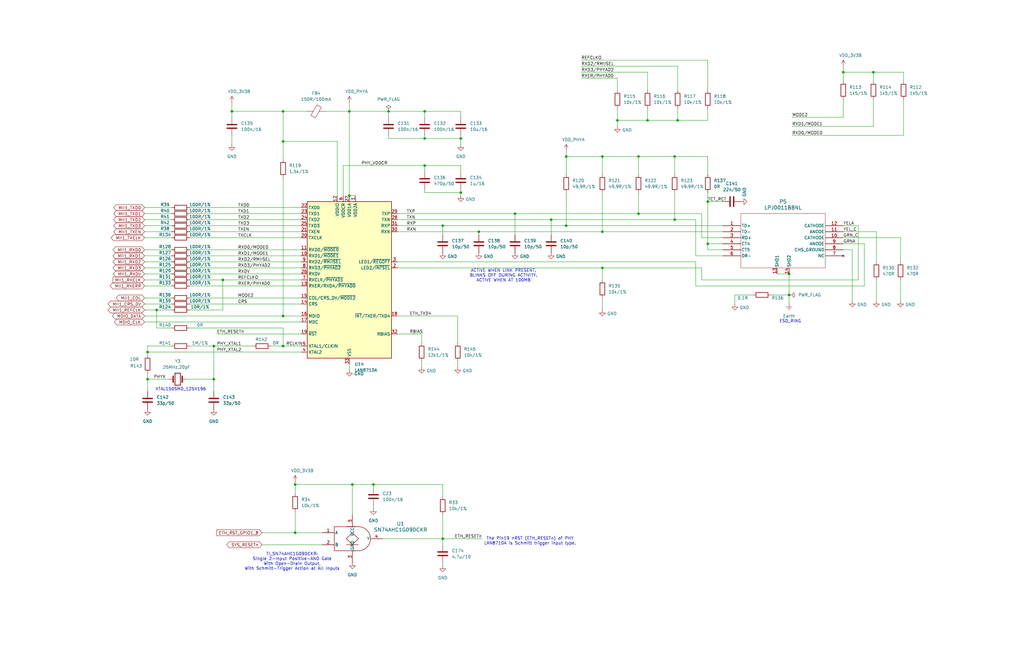
<source format=kicad_sch>
(kicad_sch (version 20231120) (generator "eeschema") (generator_version "8.0")
  (paper "B")
  (title_block (title "10/100 ETHERNET"))
  (lib_symbols
    (symbol "MT41K256M16TW-107_P:C" (pin_numbers hide) (pin_names (offset 0.254))
      (property "Reference" "C" (at 0.635 2.54 0))
      (property "Value" "C" (at 0.635 -2.54 0))
      (symbol "C_0_1"
        (polyline (pts (xy -2.032 -0.762) (xy 2.032 -0.762)) (stroke (width 0.508)))
        (polyline (pts (xy -2.032 0.762) (xy 2.032 0.762)) (stroke (width 0.508)))
      )
      (symbol "C_1_1"
        (pin passive line (at 0 3.81 270) (length 2.794) (name "~") (number "1"))
        (pin passive line (at 0 -3.81 90) (length 2.794) (name "~") (number "2"))
      )
    )
    (symbol "MT41K256M16TW-107_P:Crystal" (pin_numbers hide) (pin_names (offset 1.016) hide)
      (property "Reference" "Y" (at 0 3.81 0))
      (property "Value" "Crystal" (at 0 -3.81 0))
      (symbol "Crystal_0_1"
        (rectangle (start -1.143 2.54) (end 1.143 -2.54) (stroke (width 0.3048)))
        (polyline (pts (xy -2.54 0) (xy -1.905 0)))
        (polyline (pts (xy -1.905 -1.27) (xy -1.905 1.27)) (stroke (width 0.508)))
        (polyline (pts (xy 1.905 -1.27) (xy 1.905 1.27)) (stroke (width 0.508)))
        (polyline (pts (xy 2.54 0) (xy 1.905 0)))
      )
      (symbol "Crystal_1_1"
        (pin passive line (at -3.81 0 0) (length 1.27) (name "1") (number "1"))
        (pin passive line (at 3.81 0 180) (length 1.27) (name "2") (number "2"))
      )
    )
    (symbol "MT41K256M16TW-107_P:FerriteBead" (pin_numbers hide) (pin_names (offset 0))
      (property "Reference" "FB" (at -3.81 0.635 90))
      (property "Value" "FerriteBead" (at 3.81 0 90))
      (symbol "FerriteBead_0_1"
        (polyline (pts (xy 0 -1.27) (xy 0 -1.2192)))
        (polyline (pts (xy 0 1.27) (xy 0 1.2954)))
        (polyline (pts (xy -2.7686 0.4064) (xy -1.7018 2.2606) (xy 2.7686 -0.3048) (xy 1.6764 -2.159) (xy -2.7686 0.4064)))
      )
      (symbol "FerriteBead_1_1"
        (pin passive line (at 0 3.81 270) (length 2.54) (name "~") (number "1"))
        (pin passive line (at 0 -3.81 90) (length 2.54) (name "~") (number "2"))
      )
    )
    (symbol "MT41K256M16TW-107_P:LAN8710A"
      (property "Reference" "U14" (at 2.1941 -35.56 0))
      (property "Value" "LAN8710A" (at 2.1941 -38.1 0))
      (symbol "LAN8710A_0_1"
        (rectangle (start -17.78 33.02) (end 17.78 -33.02) (stroke (width 0.254)) (fill (type background)))
      )
      (symbol "LAN8710A_1_1"
        (pin power_in line (at 2.54 35.56 270) (length 2.54) (name "VDD2A") (number "1"))
        (pin bidirectional line (at -20.32 10.16 0) (length 2.54) (name "RXD1/~{MODE1}") (number "10"))
        (pin bidirectional line (at -20.32 12.7 0) (length 2.54) (name "RXD0/~{MODE0}") (number "11"))
        (pin power_in line (at -5.08 35.56 270) (length 2.54) (name "VDDIO") (number "12"))
        (pin bidirectional line (at -20.32 -2.54 0) (length 2.54) (name "RXER/RXD4/~{PHYAD0}") (number "13"))
        (pin output line (at -20.32 -10.16 0) (length 2.54) (name "CRS") (number "14"))
        (pin bidirectional line (at -20.32 -7.62 0) (length 2.54) (name "COL/CRS_DV/~{MODE2}") (number "15"))
        (pin bidirectional line (at -20.32 -15.24 0) (length 2.54) (name "MDIO") (number "16"))
        (pin input line (at -20.32 -17.78 0) (length 2.54) (name "MDC") (number "17"))
        (pin bidirectional line (at 20.32 -15.24 180) (length 2.54) (name "~{INT}/TXER/TXD4") (number "18"))
        (pin input line (at -20.32 -22.86 0) (length 2.54) (name "~{RST}") (number "19"))
        (pin bidirectional line (at 20.32 5.08 180) (length 2.54) (name "LED2/~{INTSEL}") (number "2"))
        (pin output line (at -20.32 17.78 0) (length 2.54) (name "TXCLK") (number "20"))
        (pin input line (at -20.32 20.32 0) (length 2.54) (name "TXEN") (number "21"))
        (pin input line (at -20.32 30.48 0) (length 2.54) (name "TXD0") (number "22"))
        (pin input line (at -20.32 27.94 0) (length 2.54) (name "TXD1") (number "23"))
        (pin input line (at -20.32 25.4 0) (length 2.54) (name "TXD2") (number "24"))
        (pin input line (at -20.32 22.86 0) (length 2.54) (name "TXD3") (number "25"))
        (pin output line (at -20.32 2.54 0) (length 2.54) (name "RXDV") (number "26"))
        (pin power_in line (at 0 35.56 270) (length 2.54) (name "VDD1A") (number "27"))
        (pin bidirectional line (at 20.32 25.4 180) (length 2.54) (name "TXN") (number "28"))
        (pin bidirectional line (at 20.32 27.94 180) (length 2.54) (name "TXP") (number "29"))
        (pin bidirectional line (at 20.32 7.62 180) (length 2.54) (name "LED1/~{REGOFF}") (number "3"))
        (pin bidirectional line (at 20.32 20.32 180) (length 2.54) (name "RXN") (number "30"))
        (pin bidirectional line (at 20.32 22.86 180) (length 2.54) (name "RXP") (number "31"))
        (pin passive line (at 20.32 -22.86 180) (length 2.54) (name "RBIAS") (number "32"))
        (pin power_in line (at 0 -35.56 90) (length 2.54) (name "VSS") (number "33"))
        (pin output line (at -20.32 -30.48 0) (length 2.54) (name "XTAL2") (number "4"))
        (pin input line (at -20.32 -27.94 0) (length 2.54) (name "XTAL1/CLKIN") (number "5"))
        (pin power_out line (at -2.54 35.56 270) (length 2.54) (name "VDDCR") (number "6"))
        (pin bidirectional line (at -20.32 0 0) (length 2.54) (name "RXCLK/~{PHYAD1}") (number "7"))
        (pin bidirectional line (at -20.32 5.08 0) (length 2.54) (name "RXD3/~{PHYAD2}") (number "8"))
        (pin bidirectional line (at -20.32 7.62 0) (length 2.54) (name "RXD2/~{RMIISEL}") (number "9"))
      )
    )
    (symbol "MT41K256M16TW-107_P:LPJ0011BBNL" (pin_names (offset 0.254))
      (property "Reference" "P5" (at 25.4 10.16 0))
      (property "Value" "LPJ0011BBNL" (at 25.4 7.62 0))
      (symbol "LPJ0011BBNL_0_1"
        (polyline (pts (xy 7.62 -17.78) (xy 43.18 -17.78)) (stroke (width 0.127)))
        (polyline (pts (xy 7.62 5.08) (xy 7.62 -17.78)) (stroke (width 0.127)))
        (polyline (pts (xy 43.18 -17.78) (xy 43.18 5.08)) (stroke (width 0.127)))
        (polyline (pts (xy 43.18 5.08) (xy 7.62 5.08)) (stroke (width 0.127)))
        (pin output line (at 50.8 -5.08 180) (length 7.62) (name "CATHODE") (number "10"))
        (pin input line (at 50.8 -2.54 180) (length 7.62) (name "ANODE") (number "11"))
        (pin output line (at 50.8 0 180) (length 7.62) (name "CATHODE") (number "12"))
        (pin no_connect line (at 50.8 -12.7 180) (length 7.62) (name "NC") (number "7"))
        (pin power_out line (at 50.8 -10.16 180) (length 7.62) (name "CHS_GROUND") (number "8"))
        (pin input line (at 50.8 -7.62 180) (length 7.62) (name "ANODE") (number "9"))
      )
      (symbol "LPJ0011BBNL_1_1"
        (pin bidirectional line (at 0 0 0) (length 7.62) (name "TD+") (number "1"))
        (pin passive line (at 22.86 -20.32 90) (length 2.54) (name "SHD1") (number "13"))
        (pin passive line (at 27.94 -20.32 90) (length 2.54) (name "SHD2") (number "14"))
        (pin bidirectional line (at 0 -2.54 0) (length 7.62) (name "TD-") (number "2"))
        (pin bidirectional line (at 0 -5.08 0) (length 7.62) (name "RD+") (number "3"))
        (pin input line (at 0 -7.62 0) (length 7.62) (name "CT4") (number "4"))
        (pin input line (at 0 -10.16 0) (length 7.62) (name "CT5") (number "5"))
        (pin bidirectional line (at 0 -12.7 0) (length 7.62) (name "DR-") (number "6"))
      )
    )
    (symbol "MT41K256M16TW-107_P:R" (pin_numbers hide) (pin_names (offset 0))
      (property "Reference" "R" (at 2.032 0 90))
      (property "Value" "R" (at 0 0 90))
      (symbol "R_0_1"
        (rectangle (start -1.016 -2.54) (end 1.016 2.54) (stroke (width 0.254)))
      )
      (symbol "R_1_1"
        (pin passive line (at 0 3.81 270) (length 1.27) (name "~") (number "1"))
        (pin passive line (at 0 -3.81 90) (length 1.27) (name "~") (number "2"))
      )
    )
    (symbol "MT41K256M16TW-107_P:SN74AHC1G09DCKR" (pin_names (offset 0.254))
      (property "Reference" "U" (at 0 2.54 0))
      (property "Value" "SN74AHC1G09DCKR" (at 0 0 0))
      (symbol "SN74AHC1G09DCKR_0_1"
        (polyline (pts (xy -7.62 -5.08) (xy -7.62 5.08)) (stroke (width 0.2032)))
        (polyline (pts (xy -7.62 5.08) (xy -6.35 5.08)) (stroke (width 0.2032)))
        (polyline (pts (xy -6.35 -5.08) (xy -7.62 -5.08)) (stroke (width 0.2032)))
        (polyline (pts (xy -6.35 -5.08) (xy 1.27 -5.08)) (stroke (width 0.2032)))
        (polyline (pts (xy -6.35 5.08) (xy 1.27 5.08)) (stroke (width 0.2032)))
        (polyline (pts (xy -2.54 -2.54) (xy 2.54 -2.54)) (stroke (width 0.2032)))
        (polyline (pts (xy -2.54 0) (xy 0 2.54)) (stroke (width 0.2032)))
        (polyline (pts (xy 0 -2.54) (xy -2.54 0)) (stroke (width 0.2032)))
        (polyline (pts (xy 0 2.54) (xy 2.54 0)) (stroke (width 0.2032)))
        (polyline (pts (xy 2.54 -5.08) (xy 0 -5.08)) (stroke (width 0.2032)))
        (polyline (pts (xy 2.54 0) (xy 0 -2.54)) (stroke (width 0.2032)))
        (polyline (pts (xy 2.54 5.08) (xy -2.54 5.08)) (stroke (width 0.2032)))
        (arc (start 2.54 -5.08) (mid 7.5978 0) (end 2.54 5.08) (stroke (width 0.2032)))
        (pin input line (at -12.7 2.54 0) (length 5.08) (name "A") (number "1"))
        (pin input line (at -12.7 -2.54 0) (length 5.08) (name "B") (number "2"))
        (pin power_in line (at 0 -10.16 90) (length 5.08) (name "GND") (number "3"))
        (pin open_collector line (at 12.7 0 180) (length 5.08) (name "Y") (number "4"))
        (pin power_in line (at 0 10.16 270) (length 5.08) (name "VCC") (number "5"))
      )
    )
    (symbol "power:Earth" (power) (pin_numbers hide) (pin_names (offset 0) hide)
      (property "Value" "Earth" (at 0 -3.81 0))
      (symbol "Earth_0_1"
        (polyline (pts (xy -0.635 -1.905) (xy 0.635 -1.905)))
        (polyline (pts (xy -0.127 -2.54) (xy 0.127 -2.54)))
        (polyline (pts (xy 0 -1.27) (xy 0 0)))
        (polyline (pts (xy 1.27 -1.27) (xy -1.27 -1.27)))
      )
      (symbol "Earth_1_1"
        (pin power_in line (at 0 0 270) (length 0) (name "~") (number "1"))
      )
    )
    (symbol "power:GND" (power) (pin_numbers hide) (pin_names (offset 0) hide)
      (property "Value" "GND" (at 0 -3.81 0))
      (symbol "GND_0_1"
        (polyline (pts (xy 0 0) (xy 0 -1.27) (xy 1.27 -1.27) (xy 0 -2.54) (xy -1.27 -1.27) (xy 0 -1.27)))
      )
      (symbol "GND_1_1"
        (pin power_in line (at 0 0 270) (length 0) (name "~") (number "1"))
      )
    )
    (symbol "power:PWR_FLAG" (power) (pin_numbers hide) (pin_names (offset 0) hide)
      (property "Value" "PWR_FLAG" (at 0 3.81 0))
      (symbol "PWR_FLAG_0_0"
        (pin power_out line (at 0 0 90) (length 0) (name "~") (number "1"))
      )
      (symbol "PWR_FLAG_0_1"
        (polyline (pts (xy 0 0) (xy 0 1.27) (xy -1.016 1.905) (xy 0 2.54) (xy 1.016 1.905) (xy 0 1.27)))
      )
    )
    (symbol "power:VD" (power) (pin_numbers hide) (pin_names (offset 0) hide)
      (property "Value" "VD" (at 0 3.556 0))
      (symbol "VD_0_1"
        (polyline (pts (xy -0.762 1.27) (xy 0 2.54)))
        (polyline (pts (xy 0 0) (xy 0 2.54)))
        (polyline (pts (xy 0 2.54) (xy 0.762 1.27)))
      )
      (symbol "VD_1_1"
        (pin power_in line (at 0 0 90) (length 0) (name "~") (number "1"))
      )
    )
  )
  (junction (at 332.74 124.46))
  (junction (at 119.38 146.05))
  (junction (at 97.79 46.99))
  (junction (at 119.38 59.69))
  (junction (at 62.23 148.59))
  (junction (at 355.6 30.48))
  (junction (at 124.46 224.79))
  (junction (at 269.24 66.04))
  (junction (at 148.59 204.47))
  (junction (at 217.17 90.17))
  (junction (at 147.32 82.55))
  (junction (at 238.76 95.25))
  (junction (at 273.05 50.8))
  (junction (at 119.38 133.35))
  (junction (at 119.38 46.99))
  (junction (at 179.07 69.85))
  (junction (at 90.17 146.05))
  (junction (at 298.45 102.87))
  (junction (at 93.98 118.11))
  (junction (at 269.24 90.17))
  (junction (at 194.31 81.28))
  (junction (at 194.31 58.42))
  (junction (at 254 66.04))
  (junction (at 332.74 115.57))
  (junction (at 90.17 160.02))
  (junction (at 260.35 50.8))
  (junction (at 368.3 30.48))
  (junction (at 254 113.03))
  (junction (at 179.07 58.42))
  (junction (at 62.23 160.02))
  (junction (at 147.32 46.99))
  (junction (at 179.07 46.99))
  (junction (at 163.83 46.99))
  (junction (at 284.48 92.71))
  (junction (at 124.46 204.47))
  (junction (at 186.69 95.25))
  (junction (at 66.04 130.81))
  (junction (at 157.48 204.47))
  (junction (at 232.41 92.71))
  (junction (at 186.69 227.33))
  (junction (at 238.76 66.04))
  (junction (at 298.45 85.09))
  (junction (at 201.93 97.79))
  (junction (at 285.75 50.8))
  (junction (at 254 97.79))
  (junction (at 284.48 66.04))
  (wire (pts (xy 293.37 107.95) (xy 304.8 107.95)))
  (wire (pts (xy 304.8 105.41) (xy 298.45 105.41)))
  (wire (pts (xy 269.24 90.17) (xy 295.91 90.17)))
  (wire (pts (xy 293.37 92.71) (xy 293.37 107.95)))
  (wire (pts (xy 119.38 133.35) (xy 127 133.35)))
  (wire (pts (xy 298.45 50.8) (xy 298.45 45.72)))
  (wire (pts (xy 238.76 63.5) (xy 238.76 66.04)))
  (wire (pts (xy 62.23 146.05) (xy 72.39 146.05)))
  (wire (pts (xy 110.49 229.87) (xy 135.89 229.87)))
  (wire (pts (xy 355.6 27.94) (xy 355.6 30.48)))
  (wire (pts (xy 201.93 97.79) (xy 254 97.79)))
  (wire (pts (xy 167.64 133.35) (xy 193.04 133.35)))
  (wire (pts (xy 359.41 105.41) (xy 359.41 127)))
  (wire (pts (xy 147.32 46.99) (xy 147.32 82.55)))
  (wire (pts (xy 60.96 133.35) (xy 119.38 133.35)))
  (wire (pts (xy 66.04 130.81) (xy 72.39 130.81)))
  (wire (pts (xy 157.48 204.47) (xy 157.48 205.74)))
  (wire (pts (xy 60.96 130.81) (xy 66.04 130.81)))
  (wire (pts (xy 368.3 30.48) (xy 381 30.48)))
  (wire (pts (xy 124.46 215.9) (xy 124.46 224.79)))
  (wire (pts (xy 177.8 140.97) (xy 177.8 144.78)))
  (wire (pts (xy 361.95 95.25) (xy 361.95 118.11)))
  (wire (pts (xy 119.38 46.99) (xy 119.38 59.69)))
  (wire (pts (xy 379.73 100.33) (xy 355.6 100.33)))
  (wire (pts (xy 167.64 92.71) (xy 232.41 92.71)))
  (wire (pts (xy 119.38 46.99) (xy 129.54 46.99)))
  (wire (pts (xy 163.83 58.42) (xy 179.07 58.42)))
  (wire (pts (xy 80.01 118.11) (xy 93.98 118.11)))
  (wire (pts (xy 80.01 107.95) (xy 127 107.95)))
  (wire (pts (xy 124.46 204.47) (xy 124.46 208.28)))
  (wire (pts (xy 80.01 97.79) (xy 127 97.79)))
  (wire (pts (xy 144.78 82.55) (xy 144.78 69.85)))
  (wire (pts (xy 60.96 87.63) (xy 72.39 87.63)))
  (wire (pts (xy 80.01 105.41) (xy 127 105.41)))
  (wire (pts (xy 167.64 95.25) (xy 186.69 95.25)))
  (wire (pts (xy 186.69 95.25) (xy 238.76 95.25)))
  (wire (pts (xy 147.32 156.21) (xy 147.32 153.67)))
  (wire (pts (xy 332.74 124.46) (xy 332.74 128.27)))
  (wire (pts (xy 245.11 25.4) (xy 298.45 25.4)))
  (wire (pts (xy 309.88 124.46) (xy 309.88 128.27)))
  (wire (pts (xy 147.32 82.55) (xy 149.86 82.55)))
  (wire (pts (xy 80.01 110.49) (xy 127 110.49)))
  (wire (pts (xy 273.05 38.1) (xy 273.05 30.48)))
  (wire (pts (xy 369.57 118.11) (xy 369.57 127)))
  (wire (pts (xy 327.66 115.57) (xy 332.74 115.57)))
  (wire (pts (xy 142.24 59.69) (xy 142.24 82.55)))
  (wire (pts (xy 232.41 92.71) (xy 232.41 99.06)))
  (wire (pts (xy 260.35 38.1) (xy 260.35 33.02)))
  (wire (pts (xy 179.07 81.28) (xy 194.31 81.28)))
  (wire (pts (xy 97.79 60.96) (xy 97.79 57.15)))
  (wire (pts (xy 298.45 85.09) (xy 298.45 102.87)))
  (wire (pts (xy 232.41 92.71) (xy 284.48 92.71)))
  (wire (pts (xy 60.96 105.41) (xy 72.39 105.41)))
  (wire (pts (xy 355.6 30.48) (xy 355.6 34.29)))
  (wire (pts (xy 254 130.81) (xy 254 125.73)))
  (wire (pts (xy 60.96 120.65) (xy 72.39 120.65)))
  (wire (pts (xy 80.01 125.73) (xy 127 125.73)))
  (wire (pts (xy 80.01 128.27) (xy 127 128.27)))
  (wire (pts (xy 97.79 46.99) (xy 119.38 46.99)))
  (wire (pts (xy 325.12 124.46) (xy 332.74 124.46)))
  (wire (pts (xy 298.45 50.8) (xy 285.75 50.8)))
  (wire (pts (xy 93.98 130.81) (xy 93.98 118.11)))
  (wire (pts (xy 186.69 209.55) (xy 186.69 204.47)))
  (wire (pts (xy 119.38 59.69) (xy 119.38 67.31)))
  (wire (pts (xy 110.49 224.79) (xy 124.46 224.79)))
  (wire (pts (xy 60.96 110.49) (xy 72.39 110.49)))
  (wire (pts (xy 62.23 160.02) (xy 62.23 165.1)))
  (wire (pts (xy 167.64 97.79) (xy 201.93 97.79)))
  (wire (pts (xy 60.96 95.25) (xy 72.39 95.25)))
  (wire (pts (xy 298.45 85.09) (xy 304.8 85.09)))
  (wire (pts (xy 194.31 57.15) (xy 194.31 58.42)))
  (wire (pts (xy 80.01 87.63) (xy 127 87.63)))
  (wire (pts (xy 295.91 90.17) (xy 295.91 100.33)))
  (wire (pts (xy 364.49 102.87) (xy 364.49 120.65)))
  (wire (pts (xy 238.76 95.25) (xy 304.8 95.25)))
  (wire (pts (xy 72.39 138.43) (xy 66.04 138.43)))
  (wire (pts (xy 80.01 146.05) (xy 90.17 146.05)))
  (wire (pts (xy 260.35 50.8) (xy 260.35 53.34)))
  (wire (pts (xy 317.5 124.46) (xy 309.88 124.46)))
  (wire (pts (xy 80.01 100.33) (xy 127 100.33)))
  (wire (pts (xy 167.64 140.97) (xy 177.8 140.97)))
  (wire (pts (xy 355.6 102.87) (xy 364.49 102.87)))
  (wire (pts (xy 269.24 81.28) (xy 269.24 90.17)))
  (wire (pts (xy 273.05 50.8) (xy 260.35 50.8)))
  (wire (pts (xy 284.48 66.04) (xy 284.48 73.66)))
  (wire (pts (xy 254 66.04) (xy 269.24 66.04)))
  (wire (pts (xy 179.07 58.42) (xy 194.31 58.42)))
  (wire (pts (xy 284.48 92.71) (xy 293.37 92.71)))
  (wire (pts (xy 381 30.48) (xy 381 34.29)))
  (wire (pts (xy 194.31 46.99) (xy 179.07 46.99)))
  (wire (pts (xy 186.69 95.25) (xy 186.69 99.06)))
  (wire (pts (xy 91.44 140.97) (xy 127 140.97)))
  (wire (pts (xy 167.64 110.49) (xy 293.37 110.49)))
  (wire (pts (xy 334.01 57.15) (xy 381 57.15)))
  (wire (pts (xy 80.01 95.25) (xy 127 95.25)))
  (wire (pts (xy 254 97.79) (xy 304.8 97.79)))
  (wire (pts (xy 194.31 58.42) (xy 194.31 60.96)))
  (wire (pts (xy 217.17 90.17) (xy 217.17 99.06)))
  (wire (pts (xy 254 66.04) (xy 254 73.66)))
  (wire (pts (xy 186.69 238.76) (xy 186.69 237.49)))
  (wire (pts (xy 163.83 46.99) (xy 163.83 49.53)))
  (wire (pts (xy 381 41.91) (xy 381 57.15)))
  (wire (pts (xy 355.6 30.48) (xy 368.3 30.48)))
  (wire (pts (xy 298.45 38.1) (xy 298.45 25.4)))
  (wire (pts (xy 163.83 57.15) (xy 163.83 58.42)))
  (wire (pts (xy 238.76 81.28) (xy 238.76 95.25)))
  (wire (pts (xy 167.64 90.17) (xy 217.17 90.17)))
  (wire (pts (xy 332.74 115.57) (xy 332.74 124.46)))
  (wire (pts (xy 179.07 69.85) (xy 179.07 72.39)))
  (wire (pts (xy 298.45 66.04) (xy 298.45 73.66)))
  (wire (pts (xy 177.8 154.94) (xy 177.8 152.4)))
  (wire (pts (xy 379.73 118.11) (xy 379.73 127)))
  (wire (pts (xy 245.11 30.48) (xy 273.05 30.48)))
  (wire (pts (xy 119.38 146.05) (xy 127 146.05)))
  (wire (pts (xy 80.01 130.81) (xy 93.98 130.81)))
  (wire (pts (xy 60.96 115.57) (xy 72.39 115.57)))
  (wire (pts (xy 97.79 43.18) (xy 97.79 46.99)))
  (wire (pts (xy 260.35 45.72) (xy 260.35 50.8)))
  (wire (pts (xy 194.31 80.01) (xy 194.31 81.28)))
  (wire (pts (xy 369.57 97.79) (xy 355.6 97.79)))
  (wire (pts (xy 295.91 118.11) (xy 295.91 113.03)))
  (wire (pts (xy 90.17 160.02) (xy 90.17 146.05)))
  (wire (pts (xy 186.69 227.33) (xy 203.2 227.33)))
  (wire (pts (xy 80.01 120.65) (xy 127 120.65)))
  (wire (pts (xy 284.48 81.28) (xy 284.48 92.71)))
  (wire (pts (xy 245.11 27.94) (xy 285.75 27.94)))
  (wire (pts (xy 137.16 46.99) (xy 147.32 46.99)))
  (wire (pts (xy 80.01 138.43) (xy 119.38 138.43)))
  (wire (pts (xy 71.12 160.02) (xy 62.23 160.02)))
  (wire (pts (xy 295.91 100.33) (xy 304.8 100.33)))
  (wire (pts (xy 186.69 227.33) (xy 186.69 229.87)))
  (wire (pts (xy 60.96 97.79) (xy 72.39 97.79)))
  (wire (pts (xy 167.64 113.03) (xy 254 113.03)))
  (wire (pts (xy 60.96 92.71) (xy 72.39 92.71)))
  (wire (pts (xy 60.96 118.11) (xy 72.39 118.11)))
  (wire (pts (xy 90.17 146.05) (xy 106.68 146.05)))
  (wire (pts (xy 298.45 105.41) (xy 298.45 102.87)))
  (wire (pts (xy 186.69 217.17) (xy 186.69 227.33)))
  (wire (pts (xy 66.04 138.43) (xy 66.04 130.81)))
  (wire (pts (xy 364.49 120.65) (xy 293.37 120.65)))
  (wire (pts (xy 90.17 160.02) (xy 90.17 165.1)))
  (wire (pts (xy 62.23 149.86) (xy 62.23 148.59)))
  (wire (pts (xy 62.23 148.59) (xy 62.23 146.05)))
  (wire (pts (xy 194.31 49.53) (xy 194.31 46.99)))
  (wire (pts (xy 194.31 81.28) (xy 194.31 82.55)))
  (wire (pts (xy 60.96 113.03) (xy 72.39 113.03)))
  (wire (pts (xy 127 148.59) (xy 62.23 148.59)))
  (wire (pts (xy 179.07 80.01) (xy 179.07 81.28)))
  (wire (pts (xy 355.6 41.91) (xy 355.6 49.53)))
  (wire (pts (xy 163.83 46.99) (xy 147.32 46.99)))
  (wire (pts (xy 238.76 66.04) (xy 254 66.04)))
  (wire (pts (xy 293.37 120.65) (xy 293.37 110.49)))
  (wire (pts (xy 124.46 204.47) (xy 148.59 204.47)))
  (wire (pts (xy 284.48 66.04) (xy 298.45 66.04)))
  (wire (pts (xy 245.11 33.02) (xy 260.35 33.02)))
  (wire (pts (xy 114.3 146.05) (xy 119.38 146.05)))
  (wire (pts (xy 355.6 105.41) (xy 359.41 105.41)))
  (wire (pts (xy 157.48 213.36) (xy 157.48 214.63)))
  (wire (pts (xy 285.75 38.1) (xy 285.75 27.94)))
  (wire (pts (xy 368.3 30.48) (xy 368.3 34.29)))
  (wire (pts (xy 60.96 107.95) (xy 72.39 107.95)))
  (wire (pts (xy 119.38 74.93) (xy 119.38 133.35)))
  (wire (pts (xy 80.01 113.03) (xy 127 113.03)))
  (wire (pts (xy 361.95 118.11) (xy 295.91 118.11)))
  (wire (pts (xy 217.17 90.17) (xy 269.24 90.17)))
  (wire (pts (xy 193.04 133.35) (xy 193.04 144.78)))
  (wire (pts (xy 80.01 115.57) (xy 127 115.57)))
  (wire (pts (xy 379.73 110.49) (xy 379.73 100.33)))
  (wire (pts (xy 124.46 224.79) (xy 135.89 224.79)))
  (wire (pts (xy 124.46 203.2) (xy 124.46 204.47)))
  (wire (pts (xy 334.01 49.53) (xy 355.6 49.53)))
  (wire (pts (xy 254 81.28) (xy 254 97.79)))
  (wire (pts (xy 254 113.03) (xy 295.91 113.03)))
  (wire (pts (xy 80.01 90.17) (xy 127 90.17)))
  (wire (pts (xy 194.31 69.85) (xy 179.07 69.85)))
  (wire (pts (xy 93.98 118.11) (xy 127 118.11)))
  (wire (pts (xy 60.96 128.27) (xy 72.39 128.27)))
  (wire (pts (xy 80.01 92.71) (xy 127 92.71)))
  (wire (pts (xy 97.79 46.99) (xy 97.79 49.53)))
  (wire (pts (xy 269.24 66.04) (xy 284.48 66.04)))
  (wire (pts (xy 269.24 66.04) (xy 269.24 73.66)))
  (wire (pts (xy 60.96 135.89) (xy 127 135.89)))
  (wire (pts (xy 201.93 97.79) (xy 201.93 99.06)))
  (wire (pts (xy 369.57 110.49) (xy 369.57 97.79)))
  (wire (pts (xy 368.3 41.91) (xy 368.3 53.34)))
  (wire (pts (xy 148.59 204.47) (xy 157.48 204.47)))
  (wire (pts (xy 355.6 95.25) (xy 361.95 95.25)))
  (wire (pts (xy 334.01 53.34) (xy 368.3 53.34)))
  (wire (pts (xy 186.69 204.47) (xy 157.48 204.47)))
  (wire (pts (xy 238.76 66.04) (xy 238.76 73.66)))
  (wire (pts (xy 78.74 160.02) (xy 90.17 160.02)))
  (wire (pts (xy 62.23 160.02) (xy 62.23 157.48)))
  (wire (pts (xy 285.75 50.8) (xy 285.75 45.72)))
  (wire (pts (xy 298.45 81.28) (xy 298.45 85.09)))
  (wire (pts (xy 179.07 57.15) (xy 179.07 58.42)))
  (wire (pts (xy 254 113.03) (xy 254 118.11)))
  (wire (pts (xy 285.75 50.8) (xy 273.05 50.8)))
  (wire (pts (xy 148.59 217.17) (xy 148.59 204.47)))
  (wire (pts (xy 144.78 69.85) (xy 179.07 69.85)))
  (wire (pts (xy 119.38 138.43) (xy 119.38 146.05)))
  (wire (pts (xy 60.96 100.33) (xy 72.39 100.33)))
  (wire (pts (xy 194.31 72.39) (xy 194.31 69.85)))
  (wire (pts (xy 147.32 43.18) (xy 147.32 46.99)))
  (wire (pts (xy 60.96 90.17) (xy 72.39 90.17)))
  (wire (pts (xy 186.69 227.33) (xy 161.29 227.33)))
  (wire (pts (xy 273.05 50.8) (xy 273.05 45.72)))
  (wire (pts (xy 298.45 102.87) (xy 304.8 102.87)))
  (wire (pts (xy 60.96 125.73) (xy 72.39 125.73)))
  (wire (pts (xy 179.07 46.99) (xy 179.07 49.53)))
  (wire (pts (xy 119.38 59.69) (xy 142.24 59.69)))
  (wire (pts (xy 193.04 154.94) (xy 193.04 152.4)))
  (wire (pts (xy 179.07 46.99) (xy 163.83 46.99)))
  (text "The Pin19 nRST (ETH_RESETn) of PHY\nLAN8710A is Schmitt trigger input type." (at 223.52 228.346 0) (effects (font (size 1.27 1.27))))
  (text "ESD_RING" (at 333.248 135.636 0) (effects (font (size 1.27 1.27))))
  (text "TI_SN74AHC1G09DCKR:\nSingle 2-Input Positive-AND Gate\nWith Open-Drain Output,\nWith Schmitt-Trigger Action at All Inputs" (at 123.19 236.982 0) (effects (font (size 1.27 1.27))))
  (text "ACTIVE WHEN LINK PRESENT.\nBLINKS OFF DURING ACTIVITY.\nACTIVE WHEN AT 100MB" (at 212.344 116.332 0) (effects (font (size 1.27 1.27))))
  (text "XTAL150SMD_125X196" (at 76.2 164.338 0) (effects (font (size 1.27 1.27))))
  (label "TXD1" (at 100.33 90.17 0))
  (label "YELA" (at 355.6 95.25 0))
  (label "RXER{slash}PHYAD0" (at 245.11 33.02 0))
  (label "TXEN" (at 100.33 97.79 0))
  (label "RXD1{slash}MODE1" (at 100.33 107.95 0))
  (label "GRN_C" (at 355.6 100.33 0))
  (label "GRNA" (at 355.6 102.87 0))
  (label "RCLKIN" (at 120.65 146.05 0))
  (label "ETH_TXD4" (at 172.72 133.35 0))
  (label "MODE2" (at 100.33 125.73 0))
  (label "PHY_XTAL2" (at 91.44 148.59 0))
  (label "RXD3{slash}PHYAD2" (at 245.11 30.48 0))
  (label "TXD0" (at 100.33 87.63 0))
  (label "RXD2{slash}RMIISEL" (at 245.11 27.94 0))
  (label "RBIAS" (at 172.72 140.97 0))
  (label "RXD1{slash}MODE1" (at 334.01 53.34 0))
  (label "RXD0{slash}MODE0" (at 334.01 57.15 0))
  (label "MODE2" (at 334.01 49.53 0))
  (label "TXP" (at 171.45 90.17 0))
  (label "RXER{slash}PHYAD0" (at 100.33 120.65 0))
  (label "TXD3" (at 100.33 95.25 0))
  (label "CRS" (at 100.33 128.27 0))
  (label "REFCLKO" (at 245.11 25.4 0))
  (label "TXCLK" (at 100.33 100.33 0))
  (label "TXD2" (at 100.33 92.71 0))
  (label "REFCLKO" (at 100.33 118.11 0))
  (label "RXD2{slash}RMIISEL" (at 100.33 110.49 0))
  (label "ETH_RESETn" (at 203.2 227.33 180))
  (label "RXD3{slash}PHYAD2" (at 100.33 113.03 0))
  (label "TXN" (at 171.45 92.71 0))
  (label "RXDV" (at 100.33 115.57 0))
  (label "ETH_RESETn" (at 91.44 140.97 0))
  (label "RXP" (at 171.45 95.25 0))
  (label "RXN" (at 171.45 97.79 0))
  (label "RXD0{slash}MODE0" (at 100.33 105.41 0))
  (label "PHYX" (at 64.77 160.02 0))
  (label "PHY_VDDCR" (at 152.4 69.85 0))
  (label "PHY_XTAL1" (at 91.44 146.05 0))
  (label "YEL_C" (at 355.6 97.79 0))
  (label "TCT_RCT" (at 298.45 85.09 0))
  (global_label "MII1_RXD0" (shape bidirectional) (at 60.96 105.41 180) (property "Intersheetrefs" "${INTERSHEET_REFS}" (effects (hide yes))))
  (global_label "ETH_RST_GPIO1_8" (shape input) (at 110.49 224.79 180) (property "Intersheetrefs" "${INTERSHEET_REFS}" (effects (hide yes))))
  (global_label "MII1_CRS_DV" (shape bidirectional) (at 60.96 128.27 180) (property "Intersheetrefs" "${INTERSHEET_REFS}" (effects (hide yes))))
  (global_label "MII1_REFCLK" (shape bidirectional) (at 60.96 130.81 180) (property "Intersheetrefs" "${INTERSHEET_REFS}" (effects (hide yes))))
  (global_label "MII1_RXCLK" (shape input) (at 60.96 118.11 180) (property "Intersheetrefs" "${INTERSHEET_REFS}" (effects (hide yes))))
  (global_label "MII1_RXDV" (shape bidirectional) (at 60.96 115.57 180) (property "Intersheetrefs" "${INTERSHEET_REFS}" (effects (hide yes))))
  (global_label "MII1_RXD2" (shape bidirectional) (at 60.96 110.49 180) (property "Intersheetrefs" "${INTERSHEET_REFS}" (effects (hide yes))))
  (global_label "MII1_TXCLK" (shape bidirectional) (at 60.96 100.33 180) (property "Intersheetrefs" "${INTERSHEET_REFS}" (effects (hide yes))))
  (global_label "MII1_TXD1" (shape bidirectional) (at 60.96 90.17 180) (property "Intersheetrefs" "${INTERSHEET_REFS}" (effects (hide yes))))
  (global_label "SYS_RESETn" (shape bidirectional) (at 110.49 229.87 180) (property "Intersheetrefs" "${INTERSHEET_REFS}" (effects (hide yes))))
  (global_label "MDIO_DATA" (shape bidirectional) (at 60.96 133.35 180) (property "Intersheetrefs" "${INTERSHEET_REFS}" (effects (hide yes))))
  (global_label "MII1_TXD0" (shape bidirectional) (at 60.96 87.63 180) (property "Intersheetrefs" "${INTERSHEET_REFS}" (effects (hide yes))))
  (global_label "MII1_RXD1" (shape bidirectional) (at 60.96 107.95 180) (property "Intersheetrefs" "${INTERSHEET_REFS}" (effects (hide yes))))
  (global_label "MII1_COL" (shape bidirectional) (at 60.96 125.73 180) (property "Intersheetrefs" "${INTERSHEET_REFS}" (effects (hide yes))))
  (global_label "MDIO_CLK" (shape bidirectional) (at 60.96 135.89 180) (property "Intersheetrefs" "${INTERSHEET_REFS}" (effects (hide yes))))
  (global_label "MII1_RXD3" (shape bidirectional) (at 60.96 113.03 180) (property "Intersheetrefs" "${INTERSHEET_REFS}" (effects (hide yes))))
  (global_label "MII1_TXEN" (shape bidirectional) (at 60.96 97.79 180) (property "Intersheetrefs" "${INTERSHEET_REFS}" (effects (hide yes))))
  (global_label "MII1_TXD2" (shape bidirectional) (at 60.96 92.71 180) (property "Intersheetrefs" "${INTERSHEET_REFS}" (effects (hide yes))))
  (global_label "MII1_TXD3" (shape bidirectional) (at 60.96 95.25 180) (property "Intersheetrefs" "${INTERSHEET_REFS}" (effects (hide yes))))
  (global_label "MII1_RXERR" (shape bidirectional) (at 60.96 120.65 180) (property "Intersheetrefs" "${INTERSHEET_REFS}" (effects (hide yes))))
  (symbol (lib_id "MT41K256M16TW-107_P:Crystal") (at 74.93 160.02 0) (unit 1)
    (property "Reference" "Y3" (at 74.93 152.4 0))
    (property "Value" "25MHz,20pF " (at 74.93 154.94 0))
    (property "Footprint" "Crystal:Crystal_SMD_Abracon_ABM7-2Pin_6.0x3.5mm" (effects (hide yes)))
    (property "Description" "Two pin crystal" (effects (hide yes)))
  )
  (symbol (lib_id "power:VD") (at 355.6 27.94 0) (unit 1)
    (property "Reference" "#PWR0169" (effects (hide yes)))
    (property "Value" "VDD_3V3B" (at 353.822 23.368 0) (effects (justify left)))
    (property "Description" "Power symbol creates a global label with name \"VD\"" (effects (hide yes)))
  )
  (symbol (lib_id "power:GND") (at 217.17 106.68 0) (unit 1)
    (property "Reference" "#PWR0155" (effects (hide yes)))
    (property "Value" "GND" (at 221.234 108.204 0))
    (property "Description" "Power symbol creates a global label with name \"GND\" , ground" (effects (hide yes)))
  )
  (symbol (lib_id "MT41K256M16TW-107_P:R") (at 76.2 115.57 90) (unit 1)
    (property "Reference" "R129" (at 69.596 114.3 90))
    (property "Value" "100R/1%" (at 84.328 114.3 90))
    (property "Footprint" "footprints:R_0402_1005Metric" (effects (hide yes)))
    (property "Description" "Resistor" (effects (hide yes)))
  )
  (symbol (lib_id "MT41K256M16TW-107_P:C") (at 186.69 233.68 0) (unit 1)
    (property "Reference" "C174" (at 190.5 232.4099 0) (effects (justify left)))
    (property "Value" "4.7u/10" (at 190.5 234.9499 0) (effects (justify left)))
    (property "Footprint" "footprints:C_0402_1005Metric" (effects (hide yes)))
    (property "Description" "Unpolarized capacitor" (effects (hide yes)))
  )
  (symbol (lib_id "power:GND") (at 309.88 128.27 0) (unit 1)
    (property "Reference" "#PWR0168" (effects (hide yes)))
    (property "Value" "GND" (at 313.944 129.794 0))
    (property "Description" "Power symbol creates a global label with name \"GND\" , ground" (effects (hide yes)))
  )
  (symbol (lib_id "MT41K256M16TW-107_P:C") (at 194.31 53.34 0) (unit 1)
    (property "Reference" "C133" (at 198.12 52.0699 0) (effects (justify left)))
    (property "Value" "10u/16" (at 198.12 54.6099 0) (effects (justify left)))
    (property "Footprint" "footprints:C_0805_2012Metric" (effects (hide yes)))
    (property "Description" "Unpolarized capacitor" (effects (hide yes)))
  )
  (symbol (lib_id "MT41K256M16TW-107_P:R") (at 238.76 77.47 0) (unit 1)
    (property "Reference" "R120" (at 241.3 76.1999 0) (effects (justify left)))
    (property "Value" "49.9R/1%" (at 241.3 78.7399 0) (effects (justify left)))
    (property "Footprint" "footprints:R_0402_1005Metric" (effects (hide yes)))
    (property "Description" "Resistor" (effects (hide yes)))
  )
  (symbol (lib_id "MT41K256M16TW-107_P:R") (at 177.8 148.59 0) (unit 1)
    (property "Reference" "R144" (at 180.34 147.3199 0) (effects (justify left)))
    (property "Value" "12k1/1%" (at 180.34 149.8599 0) (effects (justify left)))
    (property "Footprint" "footprints:R_0402_1005Metric" (effects (hide yes)))
    (property "Description" "Resistor" (effects (hide yes)))
  )
  (symbol (lib_id "power:GND") (at 148.59 237.49 0) (unit 1)
    (property "Reference" "#PWR0149" (effects (hide yes)))
    (property "Value" "GND" (at 148.59 242.57 0))
    (property "Description" "Power symbol creates a global label with name \"GND\" , ground" (effects (hide yes)))
  )
  (symbol (lib_id "MT41K256M16TW-107_P:C") (at 308.61 85.09 90) (unit 1)
    (property "Reference" "C141" (at 308.61 77.47 90))
    (property "Value" "22n/50" (at 308.61 80.01 90))
    (property "Footprint" "footprints:C_0402_1005Metric" (effects (hide yes)))
    (property "Description" "Unpolarized capacitor" (effects (hide yes)))
  )
  (symbol (lib_id "MT41K256M16TW-107_P:R") (at 381 38.1 0) (unit 1)
    (property "Reference" "R112" (at 383.54 36.8299 0) (effects (justify left)))
    (property "Value" "1k5/1%" (at 383.54 39.3699 0) (effects (justify left)))
    (property "Footprint" "footprints:R_0402_1005Metric" (effects (hide yes)))
    (property "Description" "Resistor" (effects (hide yes)))
  )
  (symbol (lib_id "MT41K256M16TW-107_P:R") (at 254 77.47 0) (unit 1)
    (property "Reference" "R121" (at 256.54 76.1999 0) (effects (justify left)))
    (property "Value" "49.9R/1%" (at 256.54 78.7399 0) (effects (justify left)))
    (property "Footprint" "footprints:R_0402_1005Metric" (effects (hide yes)))
    (property "Description" "Resistor" (effects (hide yes)))
  )
  (symbol (lib_id "MT41K256M16TW-107_P:R") (at 76.2 125.73 90) (unit 1)
    (property "Reference" "R138" (at 69.596 124.46 90))
    (property "Value" "100R/1%" (at 84.328 124.46 90))
    (property "Footprint" "footprints:R_0402_1005Metric" (effects (hide yes)))
    (property "Description" "Resistor" (effects (hide yes)))
  )
  (symbol (lib_id "MT41K256M16TW-107_P:R") (at 76.2 113.03 90) (unit 1)
    (property "Reference" "R125" (at 69.596 111.76 90))
    (property "Value" "100R/1%" (at 84.328 111.76 90))
    (property "Footprint" "footprints:R_0402_1005Metric" (effects (hide yes)))
    (property "Description" "Resistor" (effects (hide yes)))
  )
  (symbol (lib_id "MT41K256M16TW-107_P:R") (at 284.48 77.47 0) (unit 1)
    (property "Reference" "R123" (at 287.02 76.1999 0) (effects (justify left)))
    (property "Value" "49.9R/1%" (at 287.02 78.7399 0) (effects (justify left)))
    (property "Footprint" "footprints:R_0402_1005Metric" (effects (hide yes)))
    (property "Description" "Resistor" (effects (hide yes)))
  )
  (symbol (lib_id "power:GND") (at 379.73 127 0) (unit 1)
    (property "Reference" "#PWR0165" (effects (hide yes)))
    (property "Value" "GND" (at 383.794 128.524 0))
    (property "Description" "Power symbol creates a global label with name \"GND\" , ground" (effects (hide yes)))
  )
  (symbol (lib_id "MT41K256M16TW-107_P:R") (at 76.2 138.43 90) (unit 1)
    (property "Reference" "R140" (at 69.596 137.16 90))
    (property "Value" "0R" (at 84.328 137.16 90))
    (property "Footprint" "footprints:R_0402_1005Metric" (effects (hide yes)))
    (property "Description" "Resistor" (effects (hide yes)))
  )
  (symbol (lib_id "power:GND") (at 157.48 214.63 0) (unit 1)
    (property "Reference" "#PWR0151" (effects (hide yes)))
    (property "Value" "GND" (at 157.48 219.71 0))
    (property "Description" "Power symbol creates a global label with name \"GND\" , ground" (effects (hide yes)))
  )
  (symbol (lib_id "power:GND") (at 260.35 53.34 0) (unit 1)
    (property "Reference" "#PWR0162" (effects (hide yes)))
    (property "Value" "GND" (at 264.414 54.864 0))
    (property "Description" "Power symbol creates a global label with name \"GND\" , ground" (effects (hide yes)))
  )
  (symbol (lib_id "MT41K256M16TW-107_P:R") (at 298.45 77.47 0) (unit 1)
    (property "Reference" "R137" (at 300.99 76.1999 0) (effects (justify left)))
    (property "Value" "0R" (at 300.99 78.7399 0) (effects (justify left)))
    (property "Footprint" "footprints:R_0402_1005Metric" (effects (hide yes)))
    (property "Description" "Resistor" (effects (hide yes)))
  )
  (symbol (lib_id "power:GND") (at 90.17 172.72 0) (unit 1)
    (property "Reference" "#PWR0148" (effects (hide yes)))
    (property "Value" "GND" (at 90.17 177.8 0))
    (property "Description" "Power symbol creates a global label with name \"GND\" , ground" (effects (hide yes)))
  )
  (symbol (lib_id "power:GND") (at 201.93 106.68 0) (unit 1)
    (property "Reference" "#PWR0154" (effects (hide yes)))
    (property "Value" "GND" (at 205.994 108.204 0))
    (property "Description" "Power symbol creates a global label with name \"GND\" , ground" (effects (hide yes)))
  )
  (symbol (lib_id "MT41K256M16TW-107_P:R") (at 76.2 97.79 90) (unit 1)
    (property "Reference" "R38" (at 69.596 96.52 90))
    (property "Value" "100R/1%" (at 84.328 96.52 90))
    (property "Footprint" "footprints:R_0402_1005Metric" (effects (hide yes)))
    (property "Description" "Resistor" (effects (hide yes)))
  )
  (symbol (lib_id "power:GND") (at 193.04 154.94 0) (unit 1)
    (property "Reference" "#PWR0160" (effects (hide yes)))
    (property "Value" "GND" (at 197.104 156.464 0))
    (property "Description" "Power symbol creates a global label with name \"GND\" , ground" (effects (hide yes)))
  )
  (symbol (lib_id "power:GND") (at 147.32 156.21 0) (unit 1)
    (property "Reference" "#PWR0158" (effects (hide yes)))
    (property "Value" "GND" (at 151.384 157.734 0))
    (property "Description" "Power symbol creates a global label with name \"GND\" , ground" (effects (hide yes)))
  )
  (symbol (lib_id "power:GND") (at 194.31 60.96 0) (unit 1)
    (property "Reference" "#PWR0144" (effects (hide yes)))
    (property "Value" "GND" (at 194.31 66.04 0))
    (property "Description" "Power symbol creates a global label with name \"GND\" , ground" (effects (hide yes)))
  )
  (symbol (lib_id "MT41K256M16TW-107_P:C") (at 179.07 53.34 0) (unit 1)
    (property "Reference" "C132" (at 182.88 52.0699 0) (effects (justify left)))
    (property "Value" "100n/16" (at 182.88 54.6099 0) (effects (justify left)))
    (property "Footprint" "footprints:C_0402_1005Metric" (effects (hide yes)))
    (property "Description" "Unpolarized capacitor" (effects (hide yes)))
  )
  (symbol (lib_id "power:VD") (at 147.32 43.18 0) (unit 1)
    (property "Reference" "#PWR0145" (effects (hide yes)))
    (property "Value" "VDD_PHYA" (at 145.542 38.608 0) (effects (justify left)))
    (property "Description" "Power symbol creates a global label with name \"VD\"" (effects (hide yes)))
  )
  (symbol (lib_id "MT41K256M16TW-107_P:R") (at 76.2 128.27 90) (unit 1)
    (property "Reference" "R139" (at 69.596 127 90))
    (property "Value" "100R/1%" (at 84.328 127 90))
    (property "Footprint" "footprints:R_0402_1005Metric" (effects (hide yes)))
    (property "Description" "Resistor" (effects (hide yes)))
  )
  (symbol (lib_id "MT41K256M16TW-107_P:R") (at 62.23 153.67 180) (unit 1)
    (property "Reference" "R143" (at 57.404 154.432 0))
    (property "Value" "10R" (at 56.642 151.638 0))
    (property "Footprint" "footprints:R_0402_1005Metric" (effects (hide yes)))
    (property "Description" "Resistor" (effects (hide yes)))
  )
  (symbol (lib_id "MT41K256M16TW-107_P:R") (at 285.75 41.91 0) (unit 1)
    (property "Reference" "R117" (at 288.29 40.6399 0) (effects (justify left)))
    (property "Value" "10k/1%" (at 288.29 43.1799 0) (effects (justify left)))
    (property "Footprint" "footprints:R_0402_1005Metric" (effects (hide yes)))
    (property "Description" "Resistor" (effects (hide yes)))
  )
  (symbol (lib_id "MT41K256M16TW-107_P:R") (at 76.2 107.95 90) (unit 1)
    (property "Reference" "R127" (at 69.596 106.68 90))
    (property "Value" "100R/1%" (at 84.328 106.68 90))
    (property "Footprint" "footprints:R_0402_1005Metric" (effects (hide yes)))
    (property "Description" "Resistor" (effects (hide yes)))
  )
  (symbol (lib_id "power:GND") (at 369.57 127 0) (unit 1)
    (property "Reference" "#PWR0164" (effects (hide yes)))
    (property "Value" "GND" (at 373.634 128.524 0))
    (property "Description" "Power symbol creates a global label with name \"GND\" , ground" (effects (hide yes)))
  )
  (symbol (lib_id "MT41K256M16TW-107_P:R") (at 369.57 114.3 0) (unit 1)
    (property "Reference" "R130" (at 372.11 113.0299 0) (effects (justify left)))
    (property "Value" "470R" (at 372.11 115.5699 0) (effects (justify left)))
    (property "Footprint" "footprints:R_0402_1005Metric" (effects (hide yes)))
    (property "Description" "Resistor" (effects (hide yes)))
  )
  (symbol (lib_id "MT41K256M16TW-107_P:R") (at 76.2 146.05 90) (unit 1)
    (property "Reference" "R141" (at 69.596 144.78 90))
    (property "Value" "1M/1%" (at 84.328 144.78 90))
    (property "Footprint" "footprints:R_0402_1005Metric" (effects (hide yes)))
    (property "Description" "Resistor" (effects (hide yes)))
  )
  (symbol (lib_id "power:VD") (at 238.76 63.5 0) (unit 1)
    (property "Reference" "#PWR0157" (effects (hide yes)))
    (property "Value" "VDD_PHYA" (at 236.982 58.928 0) (effects (justify left)))
    (property "Description" "Power symbol creates a global label with name \"VD\"" (effects (hide yes)))
  )
  (symbol (lib_id "MT41K256M16TW-107_P:C") (at 157.48 209.55 0) (unit 1)
    (property "Reference" "C23" (at 161.29 208.2799 0) (effects (justify left)))
    (property "Value" "100n/16" (at 161.29 210.8199 0) (effects (justify left)))
    (property "Footprint" "footprints:C_0402_1005Metric" (effects (hide yes)))
    (property "Description" "Unpolarized capacitor" (effects (hide yes)))
  )
  (symbol (lib_id "MT41K256M16TW-107_P:R") (at 254 121.92 0) (unit 1)
    (property "Reference" "R135" (at 256.54 120.6499 0) (effects (justify left)))
    (property "Value" "10k/1%" (at 256.54 123.1899 0) (effects (justify left)))
    (property "Footprint" "footprints:R_0402_1005Metric" (effects (hide yes)))
    (property "Description" "Resistor" (effects (hide yes)))
  )
  (symbol (lib_id "MT41K256M16TW-107_P:LPJ0011BBNL") (at 304.8 95.25 0) (unit 1)
    (property "Reference" "P5" (at 330.2 85.09 0) (effects (font (size 1.524 1.524))))
    (property "Value" "LPJ0011BBNL" (at 330.2 87.63 0) (effects (font (size 1.524 1.524))))
    (property "Footprint" "footprints:7499010211A_WRE" (effects (hide yes)))
    (property "Datasheet" "LPJ0011BBNL" (effects (hide yes)))
  )
  (symbol (lib_id "power:GND") (at 62.23 172.72 0) (unit 1)
    (property "Reference" "#PWR0147" (effects (hide yes)))
    (property "Value" "GND" (at 62.23 177.8 0))
    (property "Description" "Power symbol creates a global label with name \"GND\" , ground" (effects (hide yes)))
  )
  (symbol (lib_id "power:GND") (at 194.31 82.55 0) (unit 1)
    (property "Reference" "#PWR0146" (effects (hide yes)))
    (property "Value" "GND" (at 198.374 84.074 0))
    (property "Description" "Power symbol creates a global label with name \"GND\" , ground" (effects (hide yes)))
  )
  (symbol (lib_id "MT41K256M16TW-107_P:C") (at 194.31 76.2 0) (unit 1)
    (property "Reference" "C134" (at 198.12 74.9299 0) (effects (justify left)))
    (property "Value" "1u/16" (at 198.12 77.4699 0) (effects (justify left)))
    (property "Footprint" "footprints:C_0402_1005Metric" (effects (hide yes)))
    (property "Description" "Unpolarized capacitor" (effects (hide yes)))
  )
  (symbol (lib_id "MT41K256M16TW-107_P:R") (at 76.2 118.11 90) (unit 1)
    (property "Reference" "R131" (at 69.596 116.84 90))
    (property "Value" "100R/1%" (at 84.328 116.84 90))
    (property "Footprint" "footprints:R_0402_1005Metric" (effects (hide yes)))
    (property "Description" "Resistor" (effects (hide yes)))
  )
  (symbol (lib_id "MT41K256M16TW-107_P:SN74AHC1G09DCKR") (at 148.59 227.33 0) (unit 1)
    (property "Reference" "U1" (at 168.91 221.0114 0) (effects (font (size 1.524 1.524))))
    (property "Value" "SN74AHC1G09DCKR" (at 168.91 223.5514 0) (effects (font (size 1.524 1.524))))
    (property "Footprint" "footprints:DCK0005A_L" (effects (hide yes)))
    (property "Datasheet" "SN74AHC1G09DCKR" (effects (hide yes)))
  )
  (symbol (lib_id "power:GND") (at 186.69 238.76 0) (unit 1)
    (property "Reference" "#PWR0152" (effects (hide yes)))
    (property "Value" "GND" (at 186.69 243.84 0))
    (property "Description" "Power symbol creates a global label with name \"GND\" , ground" (effects (hide yes)))
  )
  (symbol (lib_id "MT41K256M16TW-107_P:R") (at 76.2 120.65 90) (unit 1)
    (property "Reference" "R133" (at 69.596 119.38 90))
    (property "Value" "100R/1%" (at 84.328 119.38 90))
    (property "Footprint" "footprints:R_0402_1005Metric" (effects (hide yes)))
    (property "Description" "Resistor" (effects (hide yes)))
  )
  (symbol (lib_id "MT41K256M16TW-107_P:C") (at 217.17 102.87 0) (unit 1)
    (property "Reference" "C139" (at 220.98 101.5999 0) (effects (justify left)))
    (property "Value" "10p/50" (at 220.98 104.1399 0) (effects (justify left)))
    (property "Footprint" "footprints:C_0402_1005Metric" (effects (hide yes)))
    (property "Description" "Unpolarized capacitor" (effects (hide yes)))
  )
  (symbol (lib_id "MT41K256M16TW-107_P:C") (at 232.41 102.87 0) (unit 1)
    (property "Reference" "C140" (at 236.22 101.5999 0) (effects (justify left)))
    (property "Value" "10p/50" (at 236.22 104.1399 0) (effects (justify left)))
    (property "Footprint" "footprints:C_0402_1005Metric" (effects (hide yes)))
    (property "Description" "Unpolarized capacitor" (effects (hide yes)))
  )
  (symbol (lib_id "MT41K256M16TW-107_P:R") (at 119.38 71.12 0) (unit 1)
    (property "Reference" "R119" (at 121.92 69.8499 0) (effects (justify left)))
    (property "Value" "1.5k/1%" (at 121.92 72.3899 0) (effects (justify left)))
    (property "Footprint" "footprints:R_0402_1005Metric" (effects (hide yes)))
    (property "Description" "Resistor" (effects (hide yes)))
  )
  (symbol (lib_id "MT41K256M16TW-107_P:R") (at 273.05 41.91 0) (unit 1)
    (property "Reference" "R116" (at 275.59 40.6399 0) (effects (justify left)))
    (property "Value" "10k/1%" (at 275.59 43.1799 0) (effects (justify left)))
    (property "Footprint" "footprints:R_0402_1005Metric" (effects (hide yes)))
    (property "Description" "Resistor" (effects (hide yes)))
  )
  (symbol (lib_id "MT41K256M16TW-107_P:LAN8710A") (at 147.32 118.11 0) (unit 1)
    (property "Reference" "U14" (at 149.5141 153.67 0) (effects (justify left)))
    (property "Value" "LAN8710A" (at 149.5141 156.21 0) (effects (justify left)))
    (property "Footprint" "Package_DFN_QFN:QFN-32-1EP_5x5mm_P0.5mm_EP3.3x3.3mm_ThermalVias" (effects (hide yes)))
    (property "Datasheet" "http://ww1.microchip.com/downloads/en/DeviceDoc/8710a.pdf" (effects (hide yes)))
    (property "Description" "LAN8710 Ethernet PHY with MII/RMII interface, QFN-32" (effects (hide yes)))
  )
  (symbol (lib_id "MT41K256M16TW-107_P:R") (at 76.2 95.25 90) (unit 1)
    (property "Reference" "R42" (at 69.596 93.98 90))
    (property "Value" "100R/1%" (at 84.328 93.98 90))
    (property "Footprint" "footprints:R_0402_1005Metric" (effects (hide yes)))
    (property "Description" "Resistor" (effects (hide yes)))
  )
  (symbol (lib_id "power:GND") (at 177.8 154.94 0) (unit 1)
    (property "Reference" "#PWR0159" (effects (hide yes)))
    (property "Value" "GND" (at 181.864 156.464 0))
    (property "Description" "Power symbol creates a global label with name \"GND\" , ground" (effects (hide yes)))
  )
  (symbol (lib_id "power:GND") (at 359.41 127 0) (unit 1)
    (property "Reference" "#PWR0166" (effects (hide yes)))
    (property "Value" "GND" (at 363.474 128.524 0))
    (property "Description" "Power symbol creates a global label with name \"GND\" , ground" (effects (hide yes)))
  )
  (symbol (lib_id "power:VD") (at 97.79 43.18 0) (unit 1)
    (property "Reference" "#PWR0142" (effects (hide yes)))
    (property "Value" "VDD_3V3B" (at 96.012 38.608 0) (effects (justify left)))
    (property "Description" "Power symbol creates a global label with name \"VD\"" (effects (hide yes)))
  )
  (symbol (lib_id "power:GND") (at 232.41 106.68 0) (unit 1)
    (property "Reference" "#PWR0156" (effects (hide yes)))
    (property "Value" "GND" (at 236.474 108.204 0))
    (property "Description" "Power symbol creates a global label with name \"GND\" , ground" (effects (hide yes)))
  )
  (symbol (lib_id "MT41K256M16TW-107_P:C") (at 201.93 102.87 0) (unit 1)
    (property "Reference" "C138" (at 205.74 101.5999 0) (effects (justify left)))
    (property "Value" "10p/50" (at 205.74 104.1399 0) (effects (justify left)))
    (property "Footprint" "footprints:C_0402_1005Metric" (effects (hide yes)))
    (property "Description" "Unpolarized capacitor" (effects (hide yes)))
  )
  (symbol (lib_id "power:GND") (at 97.79 60.96 0) (unit 1)
    (property "Reference" "#PWR0143" (effects (hide yes)))
    (property "Value" "GND" (at 97.79 66.04 0))
    (property "Description" "Power symbol creates a global label with name \"GND\" , ground" (effects (hide yes)))
  )
  (symbol (lib_id "MT41K256M16TW-107_P:R") (at 76.2 130.81 90) (unit 1)
    (property "Reference" "R124" (at 69.596 129.54 90))
    (property "Value" "10R/1%" (at 84.328 129.54 90))
    (property "Footprint" "footprints:R_0402_1005Metric" (effects (hide yes)))
    (property "Description" "Resistor" (effects (hide yes)))
  )
  (symbol (lib_id "power:GND") (at 254 130.81 0) (unit 1)
    (property "Reference" "#PWR0161" (effects (hide yes)))
    (property "Value" "GND" (at 258.064 132.334 0))
    (property "Description" "Power symbol creates a global label with name \"GND\" , ground" (effects (hide yes)))
  )
  (symbol (lib_id "MT41K256M16TW-107_P:R") (at 379.73 114.3 0) (unit 1)
    (property "Reference" "R132" (at 382.27 113.0299 0) (effects (justify left)))
    (property "Value" "470R" (at 382.27 115.5699 0) (effects (justify left)))
    (property "Footprint" "footprints:R_0402_1005Metric" (effects (hide yes)))
    (property "Description" "Resistor" (effects (hide yes)))
  )
  (symbol (lib_id "MT41K256M16TW-107_P:R") (at 124.46 212.09 0) (unit 1)
    (property "Reference" "R34" (at 127 210.8199 0) (effects (justify left)))
    (property "Value" "10k/1%" (at 127 213.3599 0) (effects (justify left)))
    (property "Footprint" "footprints:R_0402_1005Metric" (effects (hide yes)))
    (property "Description" "Resistor" (effects (hide yes)))
  )
  (symbol (lib_id "MT41K256M16TW-107_P:R") (at 76.2 100.33 90) (unit 1)
    (property "Reference" "R134" (at 69.596 99.06 90))
    (property "Value" "100R/1%" (at 84.328 99.06 90))
    (property "Footprint" "footprints:R_0402_1005Metric" (effects (hide yes)))
    (property "Description" "Resistor" (effects (hide yes)))
  )
  (symbol (lib_id "MT41K256M16TW-107_P:R") (at 368.3 38.1 0) (unit 1)
    (property "Reference" "R114" (at 370.84 36.8299 0) (effects (justify left)))
    (property "Value" "1k5/1%" (at 370.84 39.3699 0) (effects (justify left)))
    (property "Footprint" "footprints:R_0402_1005Metric" (effects (hide yes)))
    (property "Description" "Resistor" (effects (hide yes)))
  )
  (symbol (lib_id "MT41K256M16TW-107_P:C") (at 62.23 168.91 0) (unit 1)
    (property "Reference" "C142" (at 66.04 167.6399 0) (effects (justify left)))
    (property "Value" "33p/50" (at 66.04 170.1799 0) (effects (justify left)))
    (property "Footprint" "footprints:C_0402_1005Metric" (effects (hide yes)))
    (property "Description" "Unpolarized capacitor" (effects (hide yes)))
  )
  (symbol (lib_id "power:PWR_FLAG") (at 163.83 46.99 0) (unit 1)
    (property "Reference" "#FLG019" (effects (hide yes)))
    (property "Value" "PWR_FLAG" (at 163.83 41.91 0))
    (property "Description" "Special symbol for telling ERC where power comes from" (effects (hide yes)))
  )
  (symbol (lib_id "MT41K256M16TW-107_P:R") (at 76.2 92.71 90) (unit 1)
    (property "Reference" "R41" (at 69.596 91.44 90))
    (property "Value" "100R/1%" (at 84.328 91.44 90))
    (property "Footprint" "footprints:R_0402_1005Metric" (effects (hide yes)))
    (property "Description" "Resistor" (effects (hide yes)))
  )
  (symbol (lib_id "MT41K256M16TW-107_P:R") (at 193.04 148.59 0) (unit 1)
    (property "Reference" "R145" (at 195.58 147.3199 0) (effects (justify left)))
    (property "Value" "10k/1%" (at 195.58 149.8599 0) (effects (justify left)))
    (property "Footprint" "footprints:R_0402_1005Metric" (effects (hide yes)))
    (property "Description" "Resistor" (effects (hide yes)))
  )
  (symbol (lib_id "MT41K256M16TW-107_P:R") (at 269.24 77.47 0) (unit 1)
    (property "Reference" "R122" (at 271.78 76.1999 0) (effects (justify left)))
    (property "Value" "49.9R/1%" (at 271.78 78.7399 0) (effects (justify left)))
    (property "Footprint" "footprints:R_0402_1005Metric" (effects (hide yes)))
    (property "Description" "Resistor" (effects (hide yes)))
  )
  (symbol (lib_id "power:GND") (at 312.42 85.09 90) (unit 1)
    (property "Reference" "#PWR0163" (effects (hide yes)))
    (property "Value" "GND" (at 313.944 81.026 0))
    (property "Description" "Power symbol creates a global label with name \"GND\" , ground" (effects (hide yes)))
  )
  (symbol (lib_id "MT41K256M16TW-107_P:R") (at 298.45 41.91 0) (unit 1)
    (property "Reference" "R118" (at 300.99 40.6399 0) (effects (justify left)))
    (property "Value" "10k/1%" (at 300.99 43.1799 0) (effects (justify left)))
    (property "Footprint" "footprints:R_0402_1005Metric" (effects (hide yes)))
    (property "Description" "Resistor" (effects (hide yes)))
  )
  (symbol (lib_id "MT41K256M16TW-107_P:R") (at 186.69 213.36 0) (unit 1)
    (property "Reference" "R33" (at 189.23 212.0899 0) (effects (justify left)))
    (property "Value" "10k/1%" (at 189.23 214.6299 0) (effects (justify left)))
    (property "Footprint" "footprints:R_0402_1005Metric" (effects (hide yes)))
    (property "Description" "Resistor" (effects (hide yes)))
  )
  (symbol (lib_id "MT41K256M16TW-107_P:R") (at 76.2 105.41 90) (unit 1)
    (property "Reference" "R128" (at 69.596 104.14 90))
    (property "Value" "100R/1%" (at 84.328 104.14 90))
    (property "Footprint" "footprints:R_0402_1005Metric" (effects (hide yes)))
    (property "Description" "Resistor" (effects (hide yes)))
  )
  (symbol (lib_id "MT41K256M16TW-107_P:R") (at 76.2 87.63 90) (unit 1)
    (property "Reference" "R39" (at 69.596 86.36 90))
    (property "Value" "100R/1%" (at 84.328 86.36 90))
    (property "Footprint" "footprints:R_0402_1005Metric" (effects (hide yes)))
    (property "Description" "Resistor" (effects (hide yes)))
  )
  (symbol (lib_id "MT41K256M16TW-107_P:FerriteBead") (at 133.35 46.99 90) (unit 1)
    (property "Reference" "FB4" (at 133.2992 39.37 90))
    (property "Value" "150R/100mA" (at 133.2992 41.91 90))
    (property "Footprint" "Inductor_SMD:L_0805_2012Metric" (effects (hide yes)))
    (property "Description" "Ferrite bead" (effects (hide yes)))
  )
  (symbol (lib_id "MT41K256M16TW-107_P:C") (at 186.69 102.87 0) (unit 1)
    (property "Reference" "C137" (at 190.5 101.5999 0) (effects (justify left)))
    (property "Value" "10p/50" (at 190.5 104.1399 0) (effects (justify left)))
    (property "Footprint" "footprints:C_0402_1005Metric" (effects (hide yes)))
    (property "Description" "Unpolarized capacitor" (effects (hide yes)))
  )
  (symbol (lib_id "MT41K256M16TW-107_P:R") (at 321.31 124.46 270) (unit 1)
    (property "Reference" "R136" (at 327.914 125.73 90))
    (property "Value" "0.1R" (at 313.182 125.73 90))
    (property "Footprint" "Resistor_SMD:R_0805_2012Metric" (effects (hide yes)))
    (property "Description" "Resistor" (effects (hide yes)))
  )
  (symbol (lib_id "power:VD") (at 124.46 203.2 0) (unit 1)
    (property "Reference" "#PWR0150" (effects (hide yes)))
    (property "Value" "VDD_3V3B" (at 122.682 198.628 0) (effects (justify left)))
    (property "Description" "Power symbol creates a global label with name \"VD\"" (effects (hide yes)))
  )
  (symbol (lib_id "MT41K256M16TW-107_P:C") (at 90.17 168.91 0) (unit 1)
    (property "Reference" "C143" (at 93.98 167.6399 0) (effects (justify left)))
    (property "Value" "33p/50" (at 93.98 170.1799 0) (effects (justify left)))
    (property "Footprint" "footprints:C_0402_1005Metric" (effects (hide yes)))
    (property "Description" "Unpolarized capacitor" (effects (hide yes)))
  )
  (symbol (lib_id "MT41K256M16TW-107_P:R") (at 76.2 110.49 90) (unit 1)
    (property "Reference" "R126" (at 69.596 109.22 90))
    (property "Value" "100R/1%" (at 84.328 109.22 90))
    (property "Footprint" "footprints:R_0402_1005Metric" (effects (hide yes)))
    (property "Description" "Resistor" (effects (hide yes)))
  )
  (symbol (lib_id "MT41K256M16TW-107_P:R") (at 76.2 90.17 90) (unit 1)
    (property "Reference" "R40" (at 69.596 88.9 90))
    (property "Value" "100R/1%" (at 84.328 88.9 90))
    (property "Footprint" "footprints:R_0402_1005Metric" (effects (hide yes)))
    (property "Description" "Resistor" (effects (hide yes)))
  )
  (symbol (lib_id "MT41K256M16TW-107_P:R") (at 260.35 41.91 0) (unit 1)
    (property "Reference" "R115" (at 262.89 40.6399 0) (effects (justify left)))
    (property "Value" "10k/1%" (at 262.89 43.1799 0) (effects (justify left)))
    (property "Footprint" "footprints:R_0402_1005Metric" (effects (hide yes)))
    (property "Description" "Resistor" (effects (hide yes)))
  )
  (symbol (lib_id "power:PWR_FLAG") (at 332.74 124.46 270) (unit 1)
    (property "Reference" "#FLG020" (effects (hide yes)))
    (property "Value" "PWR_FLAG" (at 336.55 124.4599 90) (effects (justify left)))
    (property "Description" "Special symbol for telling ERC where power comes from" (effects (hide yes)))
  )
  (symbol (lib_id "power:GND") (at 186.69 106.68 0) (unit 1)
    (property "Reference" "#PWR0153" (effects (hide yes)))
    (property "Value" "GND" (at 190.754 108.204 0))
    (property "Description" "Power symbol creates a global label with name \"GND\" , ground" (effects (hide yes)))
  )
  (symbol (lib_id "MT41K256M16TW-107_P:C") (at 163.83 53.34 0) (unit 1)
    (property "Reference" "C131" (at 167.64 52.0699 0) (effects (justify left)))
    (property "Value" "100n/16" (at 167.64 54.6099 0) (effects (justify left)))
    (property "Footprint" "footprints:C_0402_1005Metric" (effects (hide yes)))
    (property "Description" "Unpolarized capacitor" (effects (hide yes)))
  )
  (symbol (lib_id "MT41K256M16TW-107_P:C") (at 179.07 76.2 0) (unit 1)
    (property "Reference" "C136" (at 182.88 74.9299 0) (effects (justify left)))
    (property "Value" "470p/50" (at 182.88 77.4699 0) (effects (justify left)))
    (property "Footprint" "footprints:C_0402_1005Metric" (effects (hide yes)))
    (property "Description" "Unpolarized capacitor" (effects (hide yes)))
  )
  (symbol (lib_id "MT41K256M16TW-107_P:C") (at 97.79 53.34 0) (unit 1)
    (property "Reference" "C135" (at 101.6 52.0699 0) (effects (justify left)))
    (property "Value" "100n/16" (at 101.6 54.6099 0) (effects (justify left)))
    (property "Footprint" "footprints:C_0402_1005Metric" (effects (hide yes)))
    (property "Description" "Unpolarized capacitor" (effects (hide yes)))
  )
  (symbol (lib_id "MT41K256M16TW-107_P:R") (at 355.6 38.1 0) (unit 1)
    (property "Reference" "R113" (at 358.14 36.8299 0) (effects (justify left)))
    (property "Value" "1k5/1%" (at 358.14 39.3699 0) (effects (justify left)))
    (property "Footprint" "footprints:R_0402_1005Metric" (effects (hide yes)))
    (property "Description" "Resistor" (effects (hide yes)))
  )
  (symbol (lib_id "MT41K256M16TW-107_P:R") (at 110.49 146.05 90) (unit 1)
    (property "Reference" "R142" (at 110.236 143.256 90))
    (property "Value" "0R" (at 116.332 144.78 90))
    (property "Footprint" "footprints:R_0402_1005Metric" (effects (hide yes)))
    (property "Description" "Resistor" (effects (hide yes)))
  )
  (symbol (lib_id "power:Earth") (at 332.74 128.27 0) (unit 1)
    (property "Reference" "#PWR0219" (effects (hide yes)))
    (property "Value" "Earth" (at 332.74 133.35 0))
    (property "Description" "Power symbol creates a global label with name \"Earth\"" (effects (hide yes)))
  )
)
</source>
